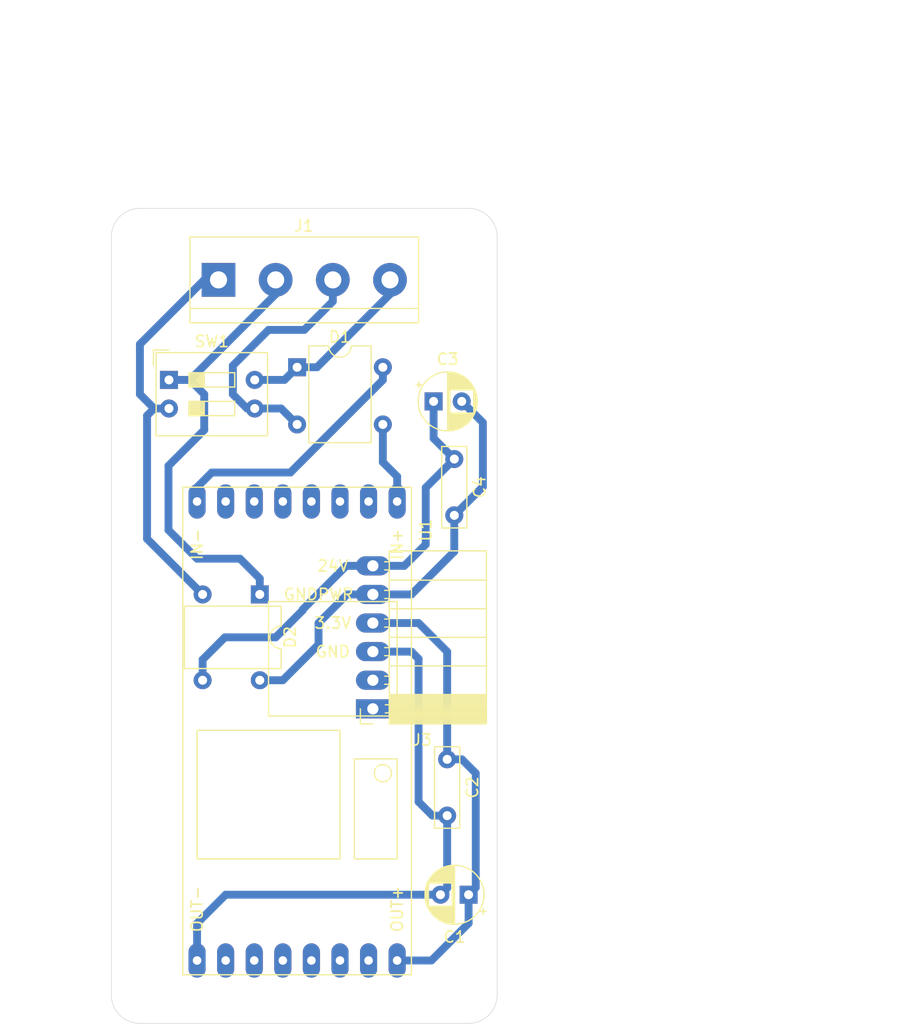
<source format=kicad_pcb>
(kicad_pcb (version 20210623) (generator pcbnew)
  (layers (0 "F.Cu" signal) (31 "B.Cu" signal) (34 "B.Paste" user) (35 "F.Paste" user) (36 "B.SilkS" user "B.Silkscreen") (37 "F.SilkS" user "F.Silkscreen") (38 "B.Mask" user) (39 "F.Mask" user) (44 "Edge.Cuts" user))
  (net 0 "")
  (net 1 "+24V")
  (net 2 "GNDPWR")
  (net 3 "+3V3")
  (net 4 "GND")
  (net 5 "Net-(D1-Pad4)")
  (net 6 "SYSTEM+")
  (net 7 "Net-(D1-Pad3)")
  (net 8 "SYSTEM-")
  (net 9 "FIELD+")
  (net 10 "FIELD-")
  (footprint "Connector_PinSocket_2.54mm:PinSocket_1x06_P2.54mm_Horizontal" (layer "F.Cu") (at 86.741 99.06 180)
    (fp_text reference "J3" (at -4.38 -2.77) (layer "F.SilkS"))
    (fp_text value "Conn_01x06_Female")
    (fp_line (start -10.09 0.325235) (end -1.46 0.325235) (layer "F.SilkS") (width 0.12))
    (fp_line (start -1.46 0.36) (end -1.11 0.36) (layer "F.SilkS") (width 0.12))
    (fp_line (start -10.09 1.1519) (end -1.46 1.1519) (layer "F.SilkS") (width 0.12))
    (fp_line (start -10.09 -0.73762) (end -1.46 -0.73762) (layer "F.SilkS") (width 0.12))
    (fp_line (start -10.09 0.91571) (end -1.46 0.91571) (layer "F.SilkS") (width 0.12))
    (fp_line (start -10.09 -0.97381) (end -1.46 -0.97381) (layer "F.SilkS") (width 0.12))
    (fp_line (start -10.09 0.67952) (end -1.46 0.67952) (layer "F.SilkS") (width 0.12))
    (fp_line (start -1.46 13.06) (end -1.05 13.06) (layer "F.SilkS") (width 0.12))
    (fp_line (start -10.09 -0.855715) (end -1.46 -0.855715) (layer "F.SilkS") (width 0.12))
    (fp_line (start -10.09 0.20714) (end -1.46 0.20714) (layer "F.SilkS") (width 0.12))
    (fp_line (start -10.09 1.033805) (end -1.46 1.033805) (layer "F.SilkS") (width 0.12))
    (fp_line (start -10.09 3.81) (end -1.46 3.81) (layer "F.SilkS") (width 0.12))
    (fp_line (start -10.09 -1.21) (end -1.46 -1.21) (layer "F.SilkS") (width 0.12))
    (fp_line (start -1.46 7.98) (end -1.05 7.98) (layer "F.SilkS") (width 0.12))
    (fp_line (start -1.46 10.52) (end -1.05 10.52) (layer "F.SilkS") (width 0.12))
    (fp_line (start -10.09 0.44333) (end -1.46 0.44333) (layer "F.SilkS") (width 0.12))
    (fp_line (start -10.09 -1.33) (end -1.46 -1.33) (layer "F.SilkS") (width 0.12))
    (fp_line (start -10.09 14.03) (end -1.46 14.03) (layer "F.SilkS") (width 0.12))
    (fp_line (start -1.46 -1.33) (end -1.46 14.03) (layer "F.SilkS") (width 0.12))
    (fp_line (start -1.46 -0.36) (end -1.11 -0.36) (layer "F.SilkS") (width 0.12))
    (fp_line (start -1.46 7.26) (end -1.05 7.26) (layer "F.SilkS") (width 0.12))
    (fp_line (start -10.09 11.43) (end -1.46 11.43) (layer "F.SilkS") (width 0.12))
    (fp_line (start -10.09 0.561425) (end -1.46 0.561425) (layer "F.SilkS") (width 0.12))
    (fp_line (start -1.46 5.44) (end -1.05 5.44) (layer "F.SilkS") (width 0.12))
    (fp_line (start -10.09 0.089045) (end -1.46 0.089045) (layer "F.SilkS") (width 0.12))
    (fp_line (start -10.09 -0.383335) (end -1.46 -0.383335) (layer "F.SilkS") (width 0.12))
    (fp_line (start -10.09 -0.26524) (end -1.46 -0.26524) (layer "F.SilkS") (width 0.12))
    (fp_line (start -10.09 -0.619525) (end -1.46 -0.619525) (layer "F.SilkS") (width 0.12))
    (fp_line (start -10.09 -1.091905) (end -1.46 -1.091905) (layer "F.SilkS") (width 0.12))
    (fp_line (start -10.09 -0.50143) (end -1.46 -0.50143) (layer "F.SilkS") (width 0.12))
    (fp_line (start -1.46 2.9) (end -1.05 2.9) (layer "F.SilkS") (width 0.12))
    (fp_line (start -1.46 4.72) (end -1.05 4.72) (layer "F.SilkS") (width 0.12))
    (fp_line (start -10.09 1.27) (end -1.46 1.27) (layer "F.SilkS") (width 0.12))
    (fp_line (start 1.11 -1.33) (end 1.11 0) (layer "F.SilkS") (width 0.12))
    (fp_line (start -10.09 -1.33) (end -10.09 14.03) (layer "F.SilkS") (width 0.12))
    (fp_line (start 0 -1.33) (end 1.11 -1.33) (layer "F.SilkS") (width 0.12))
    (fp_line (start -10.09 0.797615) (end -1.46 0.797615) (layer "F.SilkS") (width 0.12))
    (fp_line (start -1.46 12.34) (end -1.05 12.34) (layer "F.SilkS") (width 0.12))
    (fp_line (start -10.09 -0.147145) (end -1.46 -0.147145) (layer "F.SilkS") (width 0.12))
    (fp_line (start -1.46 2.18) (end -1.05 2.18) (layer "F.SilkS") (width 0.12))
    (fp_line (start -10.09 8.89) (end -1.46 8.89) (layer "F.SilkS") (width 0.12))
    (fp_line (start -10.09 6.35) (end -1.46 6.35) (layer "F.SilkS") (width 0.12))
    (fp_line (start -10.09 -0.02905) (end -1.46 -0.02905) (layer "F.SilkS") (width 0.12))
    (fp_line (start -1.46 9.8) (end -1.05 9.8) (layer "F.SilkS") (width 0.12))
    (pad "1" thru_hole rect locked (at 0 0 180) (size 3 1.7) (drill 1) (layers *.Cu *.Mask))
    (pad "2" thru_hole oval locked (at 0 2.54 180) (size 3 1.7) (drill 1) (layers *.Cu *.Mask))
    (pad "3" thru_hole oval locked (at 0 5.08 180) (size 3 1.7) (drill 1) (layers *.Cu *.Mask) (net 4 "GND"))
    (pad "4" thru_hole oval locked (at 0 7.62 180) (size 3 1.7) (drill 1) (layers *.Cu *.Mask) (net 3 "+3V3"))
    (pad "5" thru_hole oval locked (at 0 10.16 180) (size 3 1.7) (drill 1) (layers *.Cu *.Mask) (net 2 "GNDPWR"))
    (pad "6" thru_hole oval locked (at 0 12.7 180) (size 3 1.7) (drill 1) (layers *.Cu *.Mask) (net 1 "+24V"))
  )
  (footprint "Capacitor_THT:C_Rect_L7.0mm_W2.0mm_P5.00mm" (layer "F.Cu") (at 93.345 103.545 -90)
    (fp_text reference "C2" (at 2.5 -2.25 90) (layer "F.SilkS"))
    (fp_text value "100nF 63V")
    (fp_line (start -1.12 -1.12) (end -1.12 1.12) (layer "F.SilkS") (width 0.12))
    (fp_line (start 6.12 -1.12) (end 6.12 1.12) (layer "F.SilkS") (width 0.12))
    (fp_line (start -1.12 1.12) (end 6.12 1.12) (layer "F.SilkS") (width 0.12))
    (fp_line (start -1.12 -1.12) (end 6.12 -1.12) (layer "F.SilkS") (width 0.12))
    (pad "1" thru_hole circle locked (at 0 0 270) (size 1.6 1.6) (drill 0.8) (layers *.Cu *.Mask) (net 3 "+3V3"))
    (pad "2" thru_hole circle locked (at 5 0 270) (size 1.6 1.6) (drill 0.8) (layers *.Cu *.Mask) (net 4 "GND"))
  )
  (footprint "TerminalBlock:TerminalBlock_bornier-4_P5.08mm" (layer "F.Cu") (at 73.025 60.96)
    (fp_text reference "J1" (at 7.6 -4.8) (layer "F.SilkS"))
    (fp_text value "Screw_Terminal_01x04")
    (fp_line (start -2.54 3.81) (end 17.78 3.81) (layer "F.SilkS") (width 0.12))
    (fp_line (start -2.54 -3.81) (end 17.78 -3.81) (layer "F.SilkS") (width 0.12))
    (fp_line (start 17.78 2.54) (end -2.54 2.54) (layer "F.SilkS") (width 0.12))
    (fp_line (start 17.78 3.81) (end 17.78 -3.81) (layer "F.SilkS") (width 0.12))
    (fp_line (start -2.54 -3.81) (end -2.54 3.81) (layer "F.SilkS") (width 0.12))
    (pad "1" thru_hole rect locked (at 0 0) (size 3 3) (drill 1.52) (layers *.Cu *.Mask) (net 9 "FIELD+"))
    (pad "2" thru_hole circle locked (at 5.08 0) (size 3 3) (drill 1.52) (layers *.Cu *.Mask) (net 10 "FIELD-"))
    (pad "3" thru_hole circle locked (at 10.16 0) (size 3 3) (drill 1.52) (layers *.Cu *.Mask) (net 6 "SYSTEM+"))
    (pad "4" thru_hole circle locked (at 15.24 0) (size 3 3) (drill 1.52) (layers *.Cu *.Mask) (net 8 "SYSTEM-"))
  )
  (footprint "Capacitor_THT:CP_Radial_D5.0mm_P2.50mm" (layer "F.Cu") (at 95.25 115.57 180)
    (fp_text reference "C1" (at 1.25 -3.75) (layer "F.SilkS"))
    (fp_text value "1uF 50V")
    (fp_line (start 3.211 -1.699) (end 3.211 -1.04) (layer "F.SilkS") (width 0.12))
    (fp_line (start 2.771 1.04) (end 2.771 2.095) (layer "F.SilkS") (width 0.12))
    (fp_line (start 2.891 1.04) (end 2.891 2.004) (layer "F.SilkS") (width 0.12))
    (fp_line (start 2.971 1.04) (end 2.971 1.937) (layer "F.SilkS") (width 0.12))
    (fp_line (start 1.65 -2.55) (end 1.65 -1.04) (layer "F.SilkS") (width 0.12))
    (fp_line (start 1.971 -2.48) (end 1.971 -1.04) (layer "F.SilkS") (width 0.12))
    (fp_line (start 1.93 -2.491) (end 1.93 -1.04) (layer "F.SilkS") (width 0.12))
    (fp_line (start 1.33 -2.579) (end 1.33 2.579) (layer "F.SilkS") (width 0.12))
    (fp_line (start 3.411 1.04) (end 3.411 1.443) (layer "F.SilkS") (width 0.12))
    (fp_line (start 1.89 -2.501) (end 1.89 -1.04) (layer "F.SilkS") (width 0.12))
    (fp_line (start 2.611 1.04) (end 2.611 2.2) (layer "F.SilkS") (width 0.12))
    (fp_line (start 3.091 -1.826) (end 3.091 -1.04) (layer "F.SilkS") (width 0.12))
    (fp_line (start 2.371 1.04) (end 2.371 2.329) (layer "F.SilkS") (width 0.12))
    (fp_line (start 1.57 1.04) (end 1.57 2.561) (layer "F.SilkS") (width 0.12))
    (fp_line (start 3.611 -1.098) (end 3.611 1.098) (layer "F.SilkS") (width 0.12))
    (fp_line (start 2.211 -2.398) (end 2.211 -1.04) (layer "F.SilkS") (width 0.12))
    (fp_line (start 2.171 -2.414) (end 2.171 -1.04) (layer "F.SilkS") (width 0.12))
    (fp_line (start 2.771 -2.095) (end 2.771 -1.04) (layer "F.SilkS") (width 0.12))
    (fp_line (start 3.371 -1.5) (end 3.371 -1.04) (layer "F.SilkS") (width 0.12))
    (fp_line (start 1.85 -2.511) (end 1.85 -1.04) (layer "F.SilkS") (width 0.12))
    (fp_line (start 2.571 -2.224) (end 2.571 -1.04) (layer "F.SilkS") (width 0.12))
    (fp_line (start 3.051 1.04) (end 3.051 1.864) (layer "F.SilkS") (width 0.12))
    (fp_line (start 2.291 1.04) (end 2.291 2.365) (layer "F.SilkS") (width 0.12))
    (fp_line (start 3.411 -1.443) (end 3.411 -1.04) (layer "F.SilkS") (width 0.12))
    (fp_line (start 3.131 1.04) (end 3.131 1.785) (layer "F.SilkS") (width 0.12))
    (fp_line (start 3.171 -1.743) (end 3.171 -1.04) (layer "F.SilkS") (width 0.12))
    (fp_line (start 2.131 1.04) (end 2.131 2.428) (layer "F.SilkS") (width 0.12))
    (fp_line (start 2.411 1.04) (end 2.411 2.31) (layer "F.SilkS") (width 0.12))
    (fp_line (start 2.811 -2.065) (end 2.811 -1.04) (layer "F.SilkS") (width 0.12))
    (fp_line (start 2.931 1.04) (end 2.931 1.971) (layer "F.SilkS") (width 0.12))
    (fp_line (start -1.304775 -1.725) (end -1.304775 -1.225) (layer "F.SilkS") (width 0.12))
    (fp_line (start 2.651 1.04) (end 2.651 2.175) (layer "F.SilkS") (width 0.12))
    (fp_line (start 1.73 -2.536) (end 1.73 -1.04) (layer "F.SilkS") (width 0.12))
    (fp_line (start 1.89 1.04) (end 1.89 2.501) (layer "F.SilkS") (width 0.12))
    (fp_line (start 3.571 -1.178) (end 3.571 1.178) (layer "F.SilkS") (width 0.12))
    (fp_line (start 3.211 1.04) (end 3.211 1.699) (layer "F.SilkS") (width 0.12))
    (fp_line (start 2.011 1.04) (end 2.011 2.468) (layer "F.SilkS") (width 0.12))
    (fp_line (start 2.451 1.04) (end 2.451 2.29) (layer "F.SilkS") (width 0.12))
    (fp_line (start 2.611 -2.2) (end 2.611 -1.04) (layer "F.SilkS") (width 0.12))
    (fp_line (start 2.491 1.04) (end 2.491 2.268) (layer "F.SilkS") (width 0.12))
    (fp_line (start 1.49 -2.569) (end 1.49 -1.04) (layer "F.SilkS") (width 0.12))
    (fp_line (start 2.291 -2.365) (end 2.291 -1.04) (layer "F.SilkS") (width 0.12))
    (fp_line (start 1.61 1.04) (end 1.61 2.556) (layer "F.SilkS") (width 0.12))
    (fp_line (start 2.331 -2.348) (end 2.331 -1.04) (layer "F.SilkS") (width 0.12))
    (fp_line (start 3.851 -0.284) (end 3.851 0.284) (layer "F.SilkS") (width 0.12))
    (fp_line (start 2.931 -1.971) (end 2.931 -1.04) (layer "F.SilkS") (width 0.12))
    (fp_line (start 3.011 1.04) (end 3.011 1.901) (layer "F.SilkS") (width 0.12))
    (fp_line (start 2.851 1.04) (end 2.851 2.035) (layer "F.SilkS") (width 0.12))
    (fp_line (start 3.291 1.04) (end 3.291 1.605) (layer "F.SilkS") (width 0.12))
    (fp_line (start 1.61 -2.556) (end 1.61 -1.04) (layer "F.SilkS") (width 0.12))
    (fp_line (start 2.091 1.04) (end 2.091 2.442) (layer "F.SilkS") (width 0.12))
    (fp_line (start 2.411 -2.31) (end 2.411 -1.04) (layer "F.SilkS") (width 0.12))
    (fp_line (start 1.53 1.04) (end 1.53 2.565) (layer "F.SilkS") (width 0.12))
    (fp_line (start 2.971 -1.937) (end 2.971 -1.04) (layer "F.SilkS") (width 0.12))
    (fp_line (start 1.65 1.04) (end 1.65 2.55) (layer "F.SilkS") (width 0.12))
    (fp_line (start 2.531 -2.247) (end 2.531 -1.04) (layer "F.SilkS") (width 0.12))
    (fp_line (start 1.73 1.04) (end 1.73 2.536) (layer "F.SilkS") (width 0.12))
    (fp_line (start 3.491 1.04) (end 3.491 1.319) (layer "F.SilkS") (width 0.12))
    (fp_line (start 2.171 1.04) (end 2.171 2.414) (layer "F.SilkS") (width 0.12))
    (fp_line (start 3.051 -1.864) (end 3.051 -1.04) (layer "F.SilkS") (width 0.12))
    (fp_line (start 3.811 -0.518) (end 3.811 0.518) (layer "F.SilkS") (width 0.12))
    (fp_line (start 2.451 -2.29) (end 2.451 -1.04) (layer "F.SilkS") (width 0.12))
    (fp_line (start 1.45 -2.573) (end 1.45 2.573) (layer "F.SilkS") (width 0.12))
    (fp_line (start 2.571 1.04) (end 2.571 2.224) (layer "F.SilkS") (width 0.12))
    (fp_line (start 2.051 1.04) (end 2.051 2.455) (layer "F.SilkS") (width 0.12))
    (fp_line (start 3.251 1.04) (end 3.251 1.653) (layer "F.SilkS") (width 0.12))
    (fp_line (start 3.291 -1.605) (end 3.291 -1.04) (layer "F.SilkS") (width 0.12))
    (fp_line (start 1.81 1.04) (end 1.81 2.52) (layer "F.SilkS") (width 0.12))
    (fp_line (start 2.811 1.04) (end 2.811 2.065) (layer "F.SilkS") (width 0.12))
    (fp_line (start 2.731 -2.122) (end 2.731 -1.04) (layer "F.SilkS") (width 0.12))
    (fp_line (start 3.331 -1.554) (end 3.331 -1.04) (layer "F.SilkS") (width 0.12))
    (fp_line (start 2.211 1.04) (end 2.211 2.398) (layer "F.SilkS") (width 0.12))
    (fp_line (start 2.011 -2.468) (end 2.011 -1.04) (layer "F.SilkS") (width 0.12))
    (fp_line (start 2.331 1.04) (end 2.331 2.348) (layer "F.SilkS") (width 0.12))
    (fp_line (start 1.41 -2.576) (end 1.41 2.576) (layer "F.SilkS") (width 0.12))
    (fp_line (start 1.25 -2.58) (end 1.25 2.58) (layer "F.SilkS") (width 0.12))
    (fp_line (start 2.371 -2.329) (end 2.371 -1.04) (layer "F.SilkS") (width 0.12))
    (fp_line (start 3.531 1.04) (end 3.531 1.251) (layer "F.SilkS") (width 0.12))
    (fp_line (start 3.451 1.04) (end 3.451 1.383) (layer "F.SilkS") (width 0.12))
    (fp_line (start 3.131 -1.785) (end 3.131 -1.04) (layer "F.SilkS") (width 0.12))
    (fp_line (start 2.531 1.04) (end 2.531 2.247) (layer "F.SilkS") (width 0.12))
    (fp_line (start 3.651 -1.011) (end 3.651 1.011) (layer "F.SilkS") (width 0.12))
    (fp_line (start 1.49 1.04) (end 1.49 2.569) (layer "F.SilkS") (width 0.12))
    (fp_line (start 1.93 1.04) (end 1.93 2.491) (layer "F.SilkS") (width 0.12))
    (fp_line (start 3.531 -1.251) (end 3.531 -1.04) (layer "F.SilkS") (width 0.12))
    (fp_line (start 1.53 -2.565) (end 1.53 -1.04) (layer "F.SilkS") (width 0.12))
    (fp_line (start 3.331 1.04) (end 3.331 1.554) (layer "F.SilkS") (width 0.12))
    (fp_line (start 2.051 -2.455) (end 2.051 -1.04) (layer "F.SilkS") (width 0.12))
    (fp_line (start 2.131 -2.428) (end 2.131 -1.04) (layer "F.SilkS") (width 0.12))
    (fp_line (start 1.29 -2.58) (end 1.29 2.58) (layer "F.SilkS") (width 0.12))
    (fp_line (start 1.77 1.04) (end 1.77 2.528) (layer "F.SilkS") (width 0.12))
    (fp_line (start 2.091 -2.442) (end 2.091 -1.04) (layer "F.SilkS") (width 0.12))
    (fp_line (start 1.69 1.04) (end 1.69 2.543) (layer "F.SilkS") (width 0.12))
    (fp_line (start 3.171 1.04) (end 3.171 1.743) (layer "F.SilkS") (width 0.12))
    (fp_line (start 2.851 -2.035) (end 2.851 -1.04) (layer "F.SilkS") (width 0.12))
    (fp_line (start 3.731 -0.805) (end 3.731 0.805) (layer "F.SilkS") (width 0.12))
    (fp_line (start 2.891 -2.004) (end 2.891 -1.04) (layer "F.SilkS") (width 0.12))
    (fp_line (start 2.651 -2.175) (end 2.651 -1.04) (layer "F.SilkS") (width 0.12))
    (fp_line (start 3.251 -1.653) (end 3.251 -1.04) (layer "F.SilkS") (width 0.12))
    (fp_line (start 3.371 1.04) (end 3.371 1.5) (layer "F.SilkS") (width 0.12))
    (fp_line (start 1.81 -2.52) (end 1.81 -1.04) (layer "F.SilkS") (width 0.12))
    (fp_line (start 2.691 -2.149) (end 2.691 -1.04) (layer "F.SilkS") (width 0.12))
    (fp_line (start 2.691 1.04) (end 2.691 2.149) (layer "F.SilkS") (width 0.12))
    (fp_line (start 2.251 -2.382) (end 2.251 -1.04) (layer "F.SilkS") (width 0.12))
    (fp_line (start 2.731 1.04) (end 2.731 2.122) (layer "F.SilkS") (width 0.12))
    (fp_line (start 1.77 -2.528) (end 1.77 -1.04) (layer "F.SilkS") (width 0.12))
    (fp_line (start -1.554775 -1.475) (end -1.054775 -1.475) (layer "F.SilkS") (width 0.12))
    (fp_line (start 2.491 -2.268) (end 2.491 -1.04) (layer "F.SilkS") (width 0.12))
    (fp_line (start 1.69 -2.543) (end 1.69 -1.04) (layer "F.SilkS") (width 0.12))
    (fp_line (start 1.37 -2.578) (end 1.37 2.578) (layer "F.SilkS") (width 0.12))
    (fp_line (start 1.971 1.04) (end 1.971 2.48) (layer "F.SilkS") (width 0.12))
    (fp_line (start 1.57 -2.561) (end 1.57 -1.04) (layer "F.SilkS") (width 0.12))
    (fp_line (start 1.85 1.04) (end 1.85 2.511) (layer "F.SilkS") (width 0.12))
    (fp_line (start 3.491 -1.319) (end 3.491 -1.04) (layer "F.SilkS") (width 0.12))
    (fp_line (start 3.451 -1.383) (end 3.451 -1.04) (layer "F.SilkS") (width 0.12))
    (fp_line (start 3.091 1.04) (end 3.091 1.826) (layer "F.SilkS") (width 0.12))
    (fp_line (start 3.011 -1.901) (end 3.011 -1.04) (layer "F.SilkS") (width 0.12))
    (fp_line (start 3.771 -0.677) (end 3.771 0.677) (layer "F.SilkS") (width 0.12))
    (fp_line (start 2.251 1.04) (end 2.251 2.382) (layer "F.SilkS") (width 0.12))
    (fp_line (start 3.691 -0.915) (end 3.691 0.915) (layer "F.SilkS") (width 0.12))
    (fp_circle (center 1.25 0) (end 3.87 0) (layer "F.SilkS") (width 0.12) (fill none))
    (pad "1" thru_hole rect locked (at 0 0 180) (size 1.6 1.6) (drill 0.8) (layers *.Cu *.Mask) (net 3 "+3V3"))
    (pad "2" thru_hole circle locked (at 2.5 0 180) (size 1.6 1.6) (drill 0.8) (layers *.Cu *.Mask) (net 4 "GND"))
  )
  (footprint "boards:LM2596-Board" (layer "F.Cu") (at 80.01 100.965 -90)
    (fp_text reference "U1" (at -17.78 -11.43 90) (layer "F.SilkS"))
    (fp_text value "LM2596-Board")
    (fp_text user "OUT-" (at 15.875 8.89 90) (layer "F.SilkS"))
    (fp_text user "IN+" (at -16.51 -8.89 90) (layer "F.SilkS"))
    (fp_text user "OUT+" (at 15.875 -8.89 90) (layer "F.SilkS"))
    (fp_text user "IN-" (at -16.51 8.89 90) (layer "F.SilkS"))
    (fp_line (start 21.717 10.16) (end -21.59 10.16) (layer "F.SilkS") (width 0.12))
    (fp_line (start 11.43 8.89) (end 0 8.89) (layer "F.SilkS") (width 0.12))
    (fp_line (start -1.27 -8.89) (end -1.27 2.54) (layer "F.SilkS") (width 0.12))
    (fp_line (start 2.54 -5.08) (end 11.43 -5.08) (layer "F.SilkS") (width 0.12))
    (fp_line (start 21.717 -10.16) (end 21.717 10.16) (layer "F.SilkS") (width 0.12))
    (fp_line (start 0 8.89) (end 0 -3.81) (layer "F.SilkS") (width 0.12))
    (fp_line (start 11.43 -8.89) (end 2.54 -8.89) (layer "F.SilkS") (width 0.12))
    (fp_line (start -1.27 2.54) (end -11.43 2.54) (layer "F.SilkS") (width 0.12))
    (fp_line (start 11.43 -5.08) (end 11.43 -8.89) (layer "F.SilkS") (width 0.12))
    (fp_line (start 11.43 -3.81) (end 11.43 8.89) (layer "F.SilkS") (width 0.12))
    (fp_line (start -21.59 10.16) (end -21.59 -10.16) (layer "F.SilkS") (width 0.12))
    (fp_line (start -11.43 2.54) (end -11.43 -8.89) (layer "F.SilkS") (width 0.12))
    (fp_line (start -21.59 -10.16) (end 21.717 -10.16) (layer "F.SilkS") (width 0.12))
    (fp_line (start 2.54 -8.89) (end 2.54 -5.08) (layer "F.SilkS") (width 0.12))
    (fp_line (start -11.43 -8.89) (end -1.27 -8.89) (layer "F.SilkS") (width 0.12))
    (fp_line (start 0 -3.81) (end 11.43 -3.81) (layer "F.SilkS") (width 0.12))
    (fp_circle (center 3.81 -7.62) (end 4.572 -7.62) (layer "F.SilkS") (width 0.12) (fill none))
    (pad "" thru_hole oval locked (at 20.447 3.81 270) (size 3.048 1.524) (drill 0.762) (layers *.Cu *.Mask))
    (pad "" thru_hole oval locked (at -20.32 6.35 270) (size 3.048 1.524) (drill 0.762) (layers *.Cu *.Mask))
    (pad "" thru_hole oval locked (at -20.32 -3.81 270) (size 3.048 1.524) (drill 0.762) (layers *.Cu *.Mask))
    (pad "" thru_hole oval locked (at 20.447 -3.81 270) (size 3.048 1.524) (drill 0.762) (layers *.Cu *.Mask))
    (pad "" thru_hole oval locked (at -20.32 -6.35 270) (size 3.048 1.524) (drill 0.762) (layers *.Cu *.Mask))
    (pad "" thru_hole oval locked (at -20.32 1.27 270) (size 3.048 1.524) (drill 0.762) (layers *.Cu *.Mask))
    (pad "" thru_hole oval locked (at -20.32 -1.27 270) (size 3.048 1.524) (drill 0.762) (layers *.Cu *.Mask))
    (pad "" thru_hole oval locked (at 20.447 1.27 270) (size 3.048 1.524) (drill 0.762) (layers *.Cu *.Mask))
    (pad "" thru_hole oval locked (at -20.32 3.81 270) (size 3.048 1.524) (drill 0.762) (layers *.Cu *.Mask))
    (pad "" thru_hole oval locked (at 20.447 -1.27 270) (size 3.048 1.524) (drill 0.762) (layers *.Cu *.Mask))
    (pad "" thru_hole oval locked (at 20.447 6.35 270) (size 3.048 1.524) (drill 0.762) (layers *.Cu *.Mask))
    (pad "" thru_hole oval locked (at 20.447 -6.35 270) (size 3.048 1.524) (drill 0.762) (layers *.Cu *.Mask))
    (pad "1" thru_hole oval locked (at -20.32 -8.89 270) (size 3.048 1.524) (drill 0.762) (layers *.Cu *.Mask) (net 7 "Net-(D1-Pad3)"))
    (pad "2" thru_hole oval locked (at -20.32 8.89 270) (size 3.048 1.524) (drill 0.762) (layers *.Cu *.Mask) (net 5 "Net-(D1-Pad4)"))
    (pad "3" thru_hole oval locked (at 20.447 8.89 270) (size 3.048 1.524) (drill 0.762) (layers *.Cu *.Mask) (net 4 "GND"))
    (pad "4" thru_hole oval locked (at 20.447 -8.89 270) (size 3.048 1.524) (drill 0.762) (layers *.Cu *.Mask) (net 3 "+3V3"))
  )
  (footprint "custom:DB107" (layer "F.Cu") (at 80.01 68.7225)
    (fp_text reference "D1" (at 3.8 -2.7) (layer "F.SilkS"))
    (fp_text value "DB107")
    (fp_line (start 1.04 -1.9) (end 1.04 6.7) (layer "F.SilkS") (width 0.12))
    (fp_line (start 6.58 6.7) (end 6.58 -1.9) (layer "F.SilkS") (width 0.12))
    (fp_line (start 2.81 -1.9) (end 1.04 -1.9) (layer "F.SilkS") (width 0.12))
    (fp_line (start 1.04 6.7) (end 6.58 6.7) (layer "F.SilkS") (width 0.12))
    (fp_line (start 6.58 -1.9) (end 4.81 -1.9) (layer "F.SilkS") (width 0.12))
    (fp_arc (start 3.81 -1.9) (end 2.81 -1.9) (angle -180) (layer "F.SilkS") (width 0.12))
    (pad "1" thru_hole rect locked (at 0 0) (size 1.6 1.6) (drill 0.8) (layers *.Cu *.Mask) (net 8 "SYSTEM-"))
    (pad "2" thru_hole oval locked (at 0 5.08) (size 1.6 1.6) (drill 0.8) (layers *.Cu *.Mask) (net 6 "SYSTEM+"))
    (pad "3" thru_hole oval locked (at 7.62 5.08) (size 1.6 1.6) (drill 0.8) (layers *.Cu *.Mask) (net 7 "Net-(D1-Pad3)"))
    (pad "4" thru_hole oval locked (at 7.62 0) (size 1.6 1.6) (drill 0.8) (layers *.Cu *.Mask) (net 5 "Net-(D1-Pad4)"))
  )
  (footprint "Capacitor_THT:CP_Radial_D5.0mm_P2.50mm" (layer "F.Cu") (at 92.139888 71.755)
    (fp_text reference "C3" (at 1.25 -3.75) (layer "F.SilkS"))
    (fp_text value "1uF 50V")
    (fp_line (start 1.25 -2.58) (end 1.25 2.58) (layer "F.SilkS") (width 0.12))
    (fp_line (start 2.491 -2.268) (end 2.491 -1.04) (layer "F.SilkS") (width 0.12))
    (fp_line (start 3.851 -0.284) (end 3.851 0.284) (layer "F.SilkS") (width 0.12))
    (fp_line (start 1.77 -2.528) (end 1.77 -1.04) (layer "F.SilkS") (width 0.12))
    (fp_line (start 2.691 1.04) (end 2.691 2.149) (layer "F.SilkS") (width 0.12))
    (fp_line (start 1.93 1.04) (end 1.93 2.491) (layer "F.SilkS") (width 0.12))
    (fp_line (start 3.171 -1.743) (end 3.171 -1.04) (layer "F.SilkS") (width 0.12))
    (fp_line (start 1.61 -2.556) (end 1.61 -1.04) (layer "F.SilkS") (width 0.12))
    (fp_line (start 2.731 -2.122) (end 2.731 -1.04) (layer "F.SilkS") (width 0.12))
    (fp_line (start 3.451 -1.383) (end 3.451 -1.04) (layer "F.SilkS") (width 0.12))
    (fp_line (start 2.771 -2.095) (end 2.771 -1.04) (layer "F.SilkS") (width 0.12))
    (fp_line (start 2.051 1.04) (end 2.051 2.455) (layer "F.SilkS") (width 0.12))
    (fp_line (start 3.491 -1.319) (end 3.491 -1.04) (layer "F.SilkS") (width 0.12))
    (fp_line (start 3.331 1.04) (end 3.331 1.554) (layer "F.SilkS") (width 0.12))
    (fp_line (start 2.451 1.04) (end 2.451 2.29) (layer "F.SilkS") (width 0.12))
    (fp_line (start 3.491 1.04) (end 3.491 1.319) (layer "F.SilkS") (width 0.12))
    (fp_line (start 2.971 1.04) (end 2.971 1.937) (layer "F.SilkS") (width 0.12))
    (fp_line (start 2.171 -2.414) (end 2.171 -1.04) (layer "F.SilkS") (width 0.12))
    (fp_line (start 2.811 -2.065) (end 2.811 -1.04) (layer "F.SilkS") (width 0.12))
    (fp_line (start 2.291 1.04) (end 2.291 2.365) (layer "F.SilkS") (width 0.12))
    (fp_line (start 1.89 -2.501) (end 1.89 -1.04) (layer "F.SilkS") (width 0.12))
    (fp_line (start 1.33 -2.579) (end 1.33 2.579) (layer "F.SilkS") (width 0.12))
    (fp_line (start 2.691 -2.149) (end 2.691 -1.04) (layer "F.SilkS") (width 0.12))
    (fp_line (start 1.69 1.04) (end 1.69 2.543) (layer "F.SilkS") (width 0.12))
    (fp_line (start 1.49 1.04) (end 1.49 2.569) (layer "F.SilkS") (width 0.12))
    (fp_line (start 3.091 -1.826) (end 3.091 -1.04) (layer "F.SilkS") (width 0.12))
    (fp_line (start 2.651 1.04) (end 2.651 2.175) (layer "F.SilkS") (width 0.12))
    (fp_line (start 1.41 -2.576) (end 1.41 2.576) (layer "F.SilkS") (width 0.12))
    (fp_line (start 2.411 -2.31) (end 2.411 -1.04) (layer "F.SilkS") (width 0.12))
    (fp_line (start 2.891 1.04) (end 2.891 2.004) (layer "F.SilkS") (width 0.12))
    (fp_line (start 3.051 -1.864) (end 3.051 -1.04) (layer "F.SilkS") (width 0.12))
    (fp_line (start 3.051 1.04) (end 3.051 1.864) (layer "F.SilkS") (width 0.12))
    (fp_line (start 1.61 1.04) (end 1.61 2.556) (layer "F.SilkS") (width 0.12))
    (fp_line (start 1.73 -2.536) (end 1.73 -1.04) (layer "F.SilkS") (width 0.12))
    (fp_line (start 2.651 -2.175) (end 2.651 -1.04) (layer "F.SilkS") (width 0.12))
    (fp_line (start 2.731 1.04) (end 2.731 2.122) (layer "F.SilkS") (width 0.12))
    (fp_line (start 3.531 1.04) (end 3.531 1.251) (layer "F.SilkS") (width 0.12))
    (fp_line (start 3.651 -1.011) (end 3.651 1.011) (layer "F.SilkS") (width 0.12))
    (fp_line (start 3.611 -1.098) (end 3.611 1.098) (layer "F.SilkS") (width 0.12))
    (fp_line (start 1.81 1.04) (end 1.81 2.52) (layer "F.SilkS") (width 0.12))
    (fp_line (start 1.53 -2.565) (end 1.53 -1.04) (layer "F.SilkS") (width 0.12))
    (fp_line (start 2.251 1.04) (end 2.251 2.382) (layer "F.SilkS") (width 0.12))
    (fp_line (start 2.091 1.04) (end 2.091 2.442) (layer "F.SilkS") (width 0.12))
    (fp_line (start 3.251 1.04) (end 3.251 1.653) (layer "F.SilkS") (width 0.12))
    (fp_line (start 2.131 1.04) (end 2.131 2.428) (layer "F.SilkS") (width 0.12))
    (fp_line (start 3.571 -1.178) (end 3.571 1.178) (layer "F.SilkS") (width 0.12))
    (fp_line (start 3.411 1.04) (end 3.411 1.443) (layer "F.SilkS") (width 0.12))
    (fp_line (start 1.93 -2.491) (end 1.93 -1.04) (layer "F.SilkS") (width 0.12))
    (fp_line (start 3.091 1.04) (end 3.091 1.826) (layer "F.SilkS") (width 0.12))
    (fp_line (start 2.851 -2.035) (end 2.851 -1.04) (layer "F.SilkS") (width 0.12))
    (fp_line (start 2.011 1.04) (end 2.011 2.468) (layer "F.SilkS") (width 0.12))
    (fp_line (start 3.331 -1.554) (end 3.331 -1.04) (layer "F.SilkS") (width 0.12))
    (fp_line (start 1.69 -2.543) (end 1.69 -1.04) (layer "F.SilkS") (width 0.12))
    (fp_line (start 2.051 -2.455) (end 2.051 -1.04) (layer "F.SilkS") (width 0.12))
    (fp_line (start 2.571 1.04) (end 2.571 2.224) (layer "F.SilkS") (width 0.12))
    (fp_line (start 2.931 -1.971) (end 2.931 -1.04) (layer "F.SilkS") (width 0.12))
    (fp_line (start 1.81 -2.52) (end 1.81 -1.04) (layer "F.SilkS") (width 0.12))
    (fp_line (start 2.611 -2.2) (end 2.611 -1.04) (layer "F.SilkS") (width 0.12))
    (fp_line (start 3.811 -0.518) (end 3.811 0.518) (layer "F.SilkS") (width 0.12))
    (fp_line (start 2.091 -2.442) (end 2.091 -1.04) (layer "F.SilkS") (width 0.12))
    (fp_line (start 2.371 -2.329) (end 2.371 -1.04) (layer "F.SilkS") (width 0.12))
    (fp_line (start 1.37 -2.578) (end 1.37 2.578) (layer "F.SilkS") (width 0.12))
    (fp_line (start 3.371 -1.5) (end 3.371 -1.04) (layer "F.SilkS") (width 0.12))
    (fp_line (start 3.171 1.04) (end 3.171 1.743) (layer "F.SilkS") (width 0.12))
    (fp_line (start 2.811 1.04) (end 2.811 2.065) (layer "F.SilkS") (width 0.12))
    (fp_line (start 3.131 1.04) (end 3.131 1.785) (layer "F.SilkS") (width 0.12))
    (fp_line (start 3.291 -1.605) (end 3.291 -1.04) (layer "F.SilkS") (width 0.12))
    (fp_line (start 2.531 -2.247) (end 2.531 -1.04) (layer "F.SilkS") (width 0.12))
    (fp_line (start 3.371 1.04) (end 3.371 1.5) (layer "F.SilkS") (width 0.12))
    (fp_line (start 3.531 -1.251) (end 3.531 -1.04) (layer "F.SilkS") (width 0.12))
    (fp_line (start 2.251 -2.382) (end 2.251 -1.04) (layer "F.SilkS") (width 0.12))
    (fp_line (start 1.57 1.04) (end 1.57 2.561) (layer "F.SilkS") (width 0.12))
    (fp_line (start 3.011 -1.901) (end 3.011 -1.04) (layer "F.SilkS") (width 0.12))
    (fp_line (start 2.771 1.04) (end 2.771 2.095) (layer "F.SilkS") (width 0.12))
    (fp_line (start -1.554775 -1.475) (end -1.054775 -1.475) (layer "F.SilkS") (width 0.12))
    (fp_line (start 2.611 1.04) (end 2.611 2.2) (layer "F.SilkS") (width 0.12))
    (fp_line (start 3.731 -0.805) (end 3.731 0.805) (layer "F.SilkS") (width 0.12))
    (fp_line (start 1.971 1.04) (end 1.971 2.48) (layer "F.SilkS") (width 0.12))
    (fp_line (start 2.011 -2.468) (end 2.011 -1.04) (layer "F.SilkS") (width 0.12))
    (fp_line (start 2.411 1.04) (end 2.411 2.31) (layer "F.SilkS") (width 0.12))
    (fp_line (start 1.73 1.04) (end 1.73 2.536) (layer "F.SilkS") (width 0.12))
    (fp_line (start 3.211 -1.699) (end 3.211 -1.04) (layer "F.SilkS") (width 0.12))
    (fp_line (start 3.451 1.04) (end 3.451 1.383) (layer "F.SilkS") (width 0.12))
    (fp_line (start 3.291 1.04) (end 3.291 1.605) (layer "F.SilkS") (width 0.12))
    (fp_line (start 2.291 -2.365) (end 2.291 -1.04) (layer "F.SilkS") (width 0.12))
    (fp_line (start 2.171 1.04) (end 2.171 2.414) (layer "F.SilkS") (width 0.12))
    (fp_line (start 2.891 -2.004) (end 2.891 -1.04) (layer "F.SilkS") (width 0.12))
    (fp_line (start 1.89 1.04) (end 1.89 2.501) (layer "F.SilkS") (width 0.12))
    (fp_line (start 1.85 1.04) (end 1.85 2.511) (layer "F.SilkS") (width 0.12))
    (fp_line (start 1.45 -2.573) (end 1.45 2.573) (layer "F.SilkS") (width 0.12))
    (fp_line (start 3.131 -1.785) (end 3.131 -1.04) (layer "F.SilkS") (width 0.12))
    (fp_line (start 2.131 -2.428) (end 2.131 -1.04) (layer "F.SilkS") (width 0.12))
    (fp_line (start 2.331 -2.348) (end 2.331 -1.04) (layer "F.SilkS") (width 0.12))
    (fp_line (start 1.29 -2.58) (end 1.29 2.58) (layer "F.SilkS") (width 0.12))
    (fp_line (start 1.77 1.04) (end 1.77 2.528) (layer "F.SilkS") (width 0.12))
    (fp_line (start 2.491 1.04) (end 2.491 2.268) (layer "F.SilkS") (width 0.12))
    (fp_line (start 1.971 -2.48) (end 1.971 -1.04) (layer "F.SilkS") (width 0.12))
    (fp_line (start 2.331 1.04) (end 2.331 2.348) (layer "F.SilkS") (width 0.12))
    (fp_line (start 3.771 -0.677) (end 3.771 0.677) (layer "F.SilkS") (width 0.12))
    (fp_line (start 3.691 -0.915) (end 3.691 0.915) (layer "F.SilkS") (width 0.12))
    (fp_line (start 2.851 1.04) (end 2.851 2.035) (layer "F.SilkS") (width 0.12))
    (fp_line (start 3.251 -1.653) (end 3.251 -1.04) (layer "F.SilkS") (width 0.12))
    (fp_line (start 1.85 -2.511) (end 1.85 -1.04) (layer "F.SilkS") (width 0.12))
    (fp_line (start 2.971 -1.937) (end 2.971 -1.04) (layer "F.SilkS") (width 0.12))
    (fp_line (start 2.211 1.04) (end 2.211 2.398) (layer "F.SilkS") (width 0.12))
    (fp_line (start 1.53 1.04) (end 1.53 2.565) (layer "F.SilkS") (width 0.12))
    (fp_line (start 3.011 1.04) (end 3.011 1.901) (layer "F.SilkS") (width 0.12))
    (fp_line (start 1.65 -2.55) (end 1.65 -1.04) (layer "F.SilkS") (width 0.12))
    (fp_line (start 2.931 1.04) (end 2.931 1.971) (layer "F.SilkS") (width 0.12))
    (fp_line (start 3.411 -1.443) (end 3.411 -1.04) (layer "F.SilkS") (width 0.12))
    (fp_line (start 2.211 -2.398) (end 2.211 -1.04) (layer "F.SilkS") (width 0.12))
    (fp_line (start 1.57 -2.561) (end 1.57 -1.04) (layer "F.SilkS") (width 0.12))
    (fp_line (start 2.531 1.04) (end 2.531 2.247) (layer "F.SilkS") (width 0.12))
    (fp_line (start 2.451 -2.29) (end 2.451 -1.04) (layer "F.SilkS") (width 0.12))
    (fp_line (start 2.571 -2.224) (end 2.571 -1.04) (layer "F.SilkS") (width 0.12))
    (fp_line (start 2.371 1.04) (end 2.371 2.329) (layer "F.SilkS") (width 0.12))
    (fp_line (start 1.65 1.04) (end 1.65 2.55) (layer "F.SilkS") (width 0.12))
    (fp_line (start 1.49 -2.569) (end 1.49 -1.04) (layer "F.SilkS") (width 0.12))
    (fp_line (start -1.304775 -1.725) (end -1.304775 -1.225) (layer "F.SilkS") (width 0.12))
    (fp_line (start 3.211 1.04) (end 3.211 1.699) (layer "F.SilkS") (width 0.12))
    (fp_circle (center 1.25 0) (end 3.87 0) (layer "F.SilkS") (width 0.12) (fill none))
    (pad "1" thru_hole rect locked (at 0 0) (size 1.6 1.6) (drill 0.8) (layers *.Cu *.Mask) (net 1 "+24V"))
    (pad "2" thru_hole circle locked (at 2.5 0) (size 1.6 1.6) (drill 0.8) (layers *.Cu *.Mask) (net 2 "GNDPWR"))
  )
  (footprint "Capacitor_THT:C_Rect_L7.0mm_W2.0mm_P5.00mm" (layer "F.Cu") (at 93.98 76.875 -90)
    (fp_text reference "C4" (at 2.5 -2.25 90) (layer "F.SilkS"))
    (fp_text value "100nF 50V")
    (fp_line (start 6.12 -1.12) (end 6.12 1.12) (layer "F.SilkS") (width 0.12))
    (fp_line (start -1.12 -1.12) (end 6.12 -1.12) (layer "F.SilkS") (width 0.12))
    (fp_line (start -1.12 1.12) (end 6.12 1.12) (layer "F.SilkS") (width 0.12))
    (fp_line (start -1.12 -1.12) (end -1.12 1.12) (layer "F.SilkS") (width 0.12))
    (pad "1" thru_hole circle locked (at 0 0 270) (size 1.6 1.6) (drill 0.8) (layers *.Cu *.Mask) (net 1 "+24V"))
    (pad "2" thru_hole circle locked (at 5 0 270) (size 1.6 1.6) (drill 0.8) (layers *.Cu *.Mask) (net 2 "GNDPWR"))
  )
  (footprint "Button_Switch_THT:SW_DIP_SPSTx02_Slide_9.78x7.26mm_W7.62mm_P2.54mm" (layer "F.Cu") (at 68.6225 69.845)
    (fp_text reference "SW1" (at 3.81 -3.42) (layer "F.SilkS"))
    (fp_text value "SW_DIP_x02")
    (fp_line (start 1.78 2.025) (end 3.133333 2.025) (layer "F.SilkS") (width 0.12))
    (fp_line (start -1.14 -2.42) (end -1.14 4.96) (layer "F.SilkS") (width 0.12))
    (fp_line (start 1.78 -0.275) (end 3.133333 -0.275) (layer "F.SilkS") (width 0.12))
    (fp_line (start 3.133333 1.905) (end 3.133333 3.175) (layer "F.SilkS") (width 0.12))
    (fp_line (start 1.78 2.385) (end 3.133333 2.385) (layer "F.SilkS") (width 0.12))
    (fp_line (start -1.38 -2.66) (end -1.38 -1.277) (layer "F.SilkS") (width 0.12))
    (fp_line (start 5.84 -0.635) (end 1.78 -0.635) (layer "F.SilkS") (width 0.12))
    (fp_line (start -1.14 4.96) (end 8.76 4.96) (layer "F.SilkS") (width 0.12))
    (fp_line (start 3.133333 -0.635) (end 3.133333 0.635) (layer "F.SilkS") (width 0.12))
    (fp_line (start 1.78 0.085) (end 3.133333 0.085) (layer "F.SilkS") (width 0.12))
    (fp_line (start 1.78 0.205) (end 3.133333 0.205) (layer "F.SilkS") (width 0.12))
    (fp_line (start 5.84 1.905) (end 1.78 1.905) (layer "F.SilkS") (width 0.12))
    (fp_line (start 1.78 -0.155) (end 3.133333 -0.155) (layer "F.SilkS") (width 0.12))
    (fp_line (start 1.78 0.445) (end 3.133333 0.445) (layer "F.SilkS") (width 0.12))
    (fp_line (start 1.78 2.865) (end 3.133333 2.865) (layer "F.SilkS") (width 0.12))
    (fp_line (start 1.78 -0.635) (end 1.78 0.635) (layer "F.SilkS") (width 0.12))
    (fp_line (start 1.78 -0.515) (end 3.133333 -0.515) (layer "F.SilkS") (width 0.12))
    (fp_line (start 1.78 0.565) (end 3.133333 0.565) (layer "F.SilkS") (width 0.12))
    (fp_line (start -1.38 -2.66) (end 0.004 -2.66) (layer "F.SilkS") (width 0.12))
    (fp_line (start 1.78 3.105) (end 3.133333 3.105) (layer "F.SilkS") (width 0.12))
    (fp_line (start 1.78 2.265) (end 3.133333 2.265) (layer "F.SilkS") (width 0.12))
    (fp_line (start 1.78 2.745) (end 3.133333 2.745) (layer "F.SilkS") (width 0.12))
    (fp_line (start 1.78 -0.395) (end 3.133333 -0.395) (layer "F.SilkS") (width 0.12))
    (fp_line (start 1.78 2.145) (end 3.133333 2.145) (layer "F.SilkS") (width 0.12))
    (fp_line (start 1.78 2.505) (end 3.133333 2.505) (layer "F.SilkS") (width 0.12))
    (fp_line (start 5.84 3.175) (end 5.84 1.905) (layer "F.SilkS") (width 0.12))
    (fp_line (start -1.14 -2.42) (end 8.76 -2.42) (layer "F.SilkS") (width 0.12))
    (fp_line (start 5.84 0.635) (end 5.84 -0.635) (layer "F.SilkS") (width 0.12))
    (fp_line (start 1.78 1.905) (end 1.78 3.175) (layer "F.SilkS") (width 0.12))
    (fp_line (start 1.78 2.985) (end 3.133333 2.985) (layer "F.SilkS") (width 0.12))
    (fp_line (start 1.78 0.325) (end 3.133333 0.325) (layer "F.SilkS") (width 0.12))
    (fp_line (start 8.76 -2.42) (end 8.76 4.96) (layer "F.SilkS") (width 0.12))
    (fp_line (start 1.78 3.175) (end 5.84 3.175) (layer "F.SilkS") (width 0.12))
    (fp_line (start 1.78 -0.035) (end 3.133333 -0.035) (layer "F.SilkS") (width 0.12))
    (fp_line (start 1.78 2.625) (end 3.133333 2.625) (layer "F.SilkS") (width 0.12))
    (fp_line (start 1.78 0.635) (end 5.84 0.635) (layer "F.SilkS") (width 0.12))
    (pad "1" thru_hole rect locked (at 0 0) (size 1.6 1.6) (drill 0.8) (layers *.Cu *.Mask) (net 10 "FIELD-"))
    (pad "2" thru_hole oval locked (at 0 2.54) (size 1.6 1.6) (drill 0.8) (layers *.Cu *.Mask) (net 9 "FIELD+"))
    (pad "3" thru_hole oval locked (at 7.62 2.54) (size 1.6 1.6) (drill 0.8) (layers *.Cu *.Mask) (net 6 "SYSTEM+"))
    (pad "4" thru_hole oval locked (at 7.62 0) (size 1.6 1.6) (drill 0.8) (layers *.Cu *.Mask) (net 8 "SYSTEM-"))
  )
  (footprint "custom:DB107" (layer "F.Cu") (at 76.6925 88.9 -90)
    (fp_text reference "D2" (at 3.8 -2.7 90) (layer "F.SilkS"))
    (fp_text value "DB107")
    (fp_line (start 6.58 -1.9) (end 4.81 -1.9) (layer "F.SilkS") (width 0.12))
    (fp_line (start 2.81 -1.9) (end 1.04 -1.9) (layer "F.SilkS") (width 0.12))
    (fp_line (start 1.04 -1.9) (end 1.04 6.7) (layer "F.SilkS") (width 0.12))
    (fp_line (start 1.04 6.7) (end 6.58 6.7) (layer "F.SilkS") (width 0.12))
    (fp_line (start 6.58 6.7) (end 6.58 -1.9) (layer "F.SilkS") (width 0.12))
    (fp_arc (start 3.81 -1.9) (end 2.81 -1.9) (angle -180) (layer "F.SilkS") (width 0.12))
    (pad "1" thru_hole rect locked (at 0 0 270) (size 1.6 1.6) (drill 0.8) (layers *.Cu *.Mask) (net 10 "FIELD-"))
    (pad "2" thru_hole oval locked (at 0 5.08 270) (size 1.6 1.6) (drill 0.8) (layers *.Cu *.Mask) (net 9 "FIELD+"))
    (pad "3" thru_hole oval locked (at 7.62 5.08 270) (size 1.6 1.6) (drill 0.8) (layers *.Cu *.Mask) (net 1 "+24V"))
    (pad "4" thru_hole oval locked (at 7.62 0 270) (size 1.6 1.6) (drill 0.8) (layers *.Cu *.Mask) (net 2 "GNDPWR"))
  )
  (gr_line (start 97.79 57.15) (end 97.79 124.46) (layer "Edge.Cuts") (width 0.05))
  (gr_line (start 63.5 124.46) (end 63.5 57.15) (layer "Edge.Cuts") (width 0.05))
  (gr_line (start 66.04 54.61) (end 95.25 54.61) (layer "Edge.Cuts") (width 0.05))
  (gr_arc (start 66.04 57.15) (end 66.04 54.61) (angle -90) (layer "Edge.Cuts") (width 0.05))
  (gr_line (start 66.04 127) (end 95.25 127) (layer "Edge.Cuts") (width 0.05))
  (gr_arc (start 66.04 124.46) (end 63.5 124.46) (angle -90) (layer "Edge.Cuts") (width 0.05))
  (gr_arc (start 95.25 124.46) (end 95.25 127) (angle -90) (layer "Edge.Cuts") (width 0.05))
  (gr_arc (start 95.25 57.15) (end 97.79 57.15) (angle -90) (layer "Edge.Cuts") (width 0.05))
  (gr_text "24V" (at 83.185 86.36) (layer "F.SilkS") (effects (font (size 1 1))))
  (gr_text "GND" (at 83.185 93.98) (layer "F.SilkS") (effects (font (size 1 1))))
  (gr_text "3.3V" (at 83.185 91.44) (layer "F.SilkS") (effects (font (size 1 1))))
  (gr_text "GNDPWR" (at 81.915 88.9) (layer "F.SilkS") (effects (font (size 1 1))))
  (segment (start 78.105 92.71) (end 80.51548 90.29952) (width 0.7) (layer "B.Cu") (net 1))
  (segment (start 80.51548 90.2253) (end 84.38078 86.36) (width 0.7) (layer "B.Cu") (net 1))
  (segment (start 84.38078 86.36) (end 86.741 86.36) (width 0.7) (layer "B.Cu") (net 1))
  (segment (start 71.6125 96.52) (end 71.6125 94.68625) (width 0.7) (layer "B.Cu") (net 1))
  (segment (start 80.51548 90.29952) (end 80.51548 90.2253) (width 0.7) (layer "B.Cu") (net 1))
  (segment (start 91.44 79.415) (end 93.98 76.875) (width 0.7) (layer "B.Cu") (net 1))
  (segment (start 71.6125 94.68625) (end 73.58875 92.71) (width 0.7) (layer "B.Cu") (net 1))
  (segment (start 86.741 86.36) (end 89.535 86.36) (width 0.7) (layer "B.Cu") (net 1))
  (segment (start 93.98 76.875) (end 92.139888 75.034888) (width 0.7) (layer "B.Cu") (net 1))
  (segment (start 73.58875 92.71) (end 78.105 92.71) (width 0.7) (layer "B.Cu") (net 1))
  (segment (start 89.535 86.36) (end 91.44 84.455) (width 0.7) (layer "B.Cu") (net 1))
  (segment (start 91.44 84.455) (end 91.44 79.415) (width 0.7) (layer "B.Cu") (net 1))
  (segment (start 92.139888 75.034888) (end 92.139888 71.755) (width 0.7) (layer "B.Cu") (net 1))
  (segment (start 78.74 96.52) (end 81.915 93.345) (width 0.7) (layer "B.Cu") (net 2))
  (segment (start 96.52 73.635112) (end 96.52 79.335) (width 0.7) (layer "B.Cu") (net 2))
  (segment (start 86.741 88.9) (end 90.17 88.9) (width 0.7) (layer "B.Cu") (net 2))
  (segment (start 84.455 88.9) (end 86.741 88.9) (width 0.7) (layer "B.Cu") (net 2))
  (segment (start 93.98 85.09) (end 93.98 81.875) (width 0.7) (layer "B.Cu") (net 2))
  (segment (start 81.915 93.345) (end 81.915 91.44) (width 0.7) (layer "B.Cu") (net 2))
  (segment (start 76.6925 96.52) (end 78.74 96.52) (width 0.7) (layer "B.Cu") (net 2))
  (segment (start 96.52 79.335) (end 93.98 81.875) (width 0.7) (layer "B.Cu") (net 2))
  (segment (start 90.17 88.9) (end 93.98 85.09) (width 0.7) (layer "B.Cu") (net 2))
  (segment (start 94.639888 71.755) (end 96.52 73.635112) (width 0.7) (layer "B.Cu") (net 2))
  (segment (start 81.915 91.44) (end 84.455 88.9) (width 0.7) (layer "B.Cu") (net 2))
  (segment (start 91.948 121.412) (end 88.9 121.412) (width 0.7) (layer "B.Cu") (net 3))
  (segment (start 93.345 93.98) (end 93.345 103.545) (width 0.7) (layer "B.Cu") (net 3))
  (segment (start 95.885 114.935) (end 95.25 115.57) (width 0.7) (layer "B.Cu") (net 3))
  (segment (start 86.741 91.44) (end 90.805 91.44) (width 0.7) (layer "B.Cu") (net 3))
  (segment (start 95.25 118.11) (end 91.948 121.412) (width 0.7) (layer "B.Cu") (net 3))
  (segment (start 95.885 104.775) (end 95.885 114.935) (width 0.7) (layer "B.Cu") (net 3))
  (segment (start 90.805 91.44) (end 93.345 93.98) (width 0.7) (layer "B.Cu") (net 3))
  (segment (start 94.655 103.545) (end 95.885 104.775) (width 0.7) (layer "B.Cu") (net 3))
  (segment (start 95.25 115.57) (end 95.25 118.11) (width 0.7) (layer "B.Cu") (net 3))
  (segment (start 93.345 103.545) (end 94.655 103.545) (width 0.7) (layer "B.Cu") (net 3))
  (segment (start 93.345 108.545) (end 93.345 114.975) (width 0.7) (layer "B.Cu") (net 4))
  (segment (start 90.17 93.98) (end 90.805 94.615) (width 0.7) (layer "B.Cu") (net 4))
  (segment (start 90.805 107.315) (end 92.035 108.545) (width 0.7) (layer "B.Cu") (net 4))
  (segment (start 90.805 94.615) (end 90.805 107.315) (width 0.7) (layer "B.Cu") (net 4))
  (segment (start 86.741 93.98) (end 90.17 93.98) (width 0.7) (layer "B.Cu") (net 4))
  (segment (start 92.035 108.545) (end 93.345 108.545) (width 0.7) (layer "B.Cu") (net 4))
  (segment (start 93.345 114.975) (end 92.75 115.57) (width 0.7) (layer "B.Cu") (net 4))
  (segment (start 73.66 115.57) (end 71.12 118.11) (width 0.7) (layer "B.Cu") (net 4))
  (segment (start 92.75 115.57) (end 73.66 115.57) (width 0.7) (layer "B.Cu") (net 4))
  (segment (start 71.12 118.11) (end 71.12 121.412) (width 0.7) (layer "B.Cu") (net 4))
  (segment (start 79.41239 78.07148) (end 72.42352 78.07148) (width 0.7) (layer "B.Cu") (net 5))
  (segment (start 72.42352 78.07148) (end 71.12 79.375) (width 0.7) (layer "B.Cu") (net 5))
  (segment (start 87.63 69.85387) (end 79.41239 78.07148) (width 0.7) (layer "B.Cu") (net 5))
  (segment (start 71.12 79.375) (end 71.12 80.645) (width 0.7) (layer "B.Cu") (net 5))
  (segment (start 87.63 68.7225) (end 87.63 69.85387) (width 0.7) (layer "B.Cu") (net 5))
  (segment (start 76.2425 72.385) (end 78.5925 72.385) (width 0.7) (layer "B.Cu") (net 6))
  (segment (start 77.47 65.405) (end 74.3 68.575) (width 0.7) (layer "B.Cu") (net 6))
  (segment (start 83.185 60.96) (end 83.185 62.865) (width 0.7) (layer "B.Cu") (net 6))
  (segment (start 80.645 65.405) (end 77.47 65.405) (width 0.7) (layer "B.Cu") (net 6))
  (segment (start 83.185 62.865) (end 80.645 65.405) (width 0.7) (layer "B.Cu") (net 6))
  (segment (start 78.5925 72.385) (end 80.01 73.8025) (width 0.7) (layer "B.Cu") (net 6))
  (segment (start 75.56 72.385) (end 76.2425 72.385) (width 0.7) (layer "B.Cu") (net 6))
  (segment (start 74.3 71.125) (end 75.56 72.385) (width 0.7) (layer "B.Cu") (net 6))
  (segment (start 74.3 68.575) (end 74.3 71.125) (width 0.7) (layer "B.Cu") (net 6))
  (segment (start 88.9 78.421) (end 88.9 80.645) (width 0.7) (layer "B.Cu") (net 7))
  (segment (start 87.63 73.8025) (end 87.63 77.151) (width 0.7) (layer "B.Cu") (net 7))
  (segment (start 87.63 77.151) (end 88.9 78.421) (width 0.7) (layer "B.Cu") (net 7))
  (segment (start 78.8875 69.845) (end 80.01 68.7225) (width 0.7) (layer "B.Cu") (net 8))
  (segment (start 88.265 60.96) (end 88.265 62.23) (width 0.7) (layer "B.Cu") (net 8))
  (segment (start 76.2425 69.845) (end 78.8875 69.845) (width 0.7) (layer "B.Cu") (net 8))
  (segment (start 81.7725 68.7225) (end 80.01 68.7225) (width 0.7) (layer "B.Cu") (net 8))
  (segment (start 88.265 62.23) (end 81.7725 68.7225) (width 0.7) (layer "B.Cu") (net 8))
  (segment (start 71.755 60.96) (end 66.04 66.675) (width 0.7) (layer "B.Cu") (net 9))
  (segment (start 73.025 60.96) (end 71.755 60.96) (width 0.7) (layer "B.Cu") (net 9))
  (segment (start 67.305 72.385) (end 68.6225 72.385) (width 0.7) (layer "B.Cu") (net 9))
  (segment (start 66.04 71.12) (end 67.305 72.385) (width 0.7) (layer "B.Cu") (net 9))
  (segment (start 66.04 66.675) (end 66.04 71.12) (width 0.7) (layer "B.Cu") (net 9))
  (segment (start 71.6125 88.9) (end 66.675 83.9625) (width 0.7) (layer "B.Cu") (net 9))
  (segment (start 66.675 83.9625) (end 66.675 73.015) (width 0.7) (layer "B.Cu") (net 9))
  (segment (start 66.675 73.015) (end 67.305 72.385) (width 0.7) (layer "B.Cu") (net 9))
  (segment (start 76.6925 88.9) (end 76.6925 87.4875) (width 0.7) (layer "B.Cu") (net 10))
  (segment (start 71.755 74.295) (end 71.755 71.12) (width 0.7) (layer "B.Cu") (net 10))
  (segment (start 71.12 85.725) (end 68.58 83.185) (width 0.7) (layer "B.Cu") (net 10))
  (segment (start 68.58 77.47) (end 71.755 74.295) (width 0.7) (layer "B.Cu") (net 10))
  (segment (start 76.6925 87.4875) (end 74.93 85.725) (width 0.7) (layer "B.Cu") (net 10))
  (segment (start 78.105 62.23) (end 70.49 69.845) (width 0.7) (layer "B.Cu") (net 10))
  (segment (start 70.48 69.845) (end 68.6225 69.845) (width 0.7) (layer "B.Cu") (net 10))
  (segment (start 70.49 69.845) (end 68.6225 69.845) (width 0.7) (layer "B.Cu") (net 10))
  (segment (start 78.105 60.96) (end 78.105 62.23) (width 0.7) (layer "B.Cu") (net 10))
  (segment (start 71.755 71.12) (end 70.48 69.845) (width 0.7) (layer "B.Cu") (net 10))
  (segment (start 74.93 85.725) (end 71.12 85.725) (width 0.7) (layer "B.Cu") (net 10))
  (segment (start 68.58 83.185) (end 68.58 77.47) (width 0.7) (layer "B.Cu") (net 10))
)
</source>
